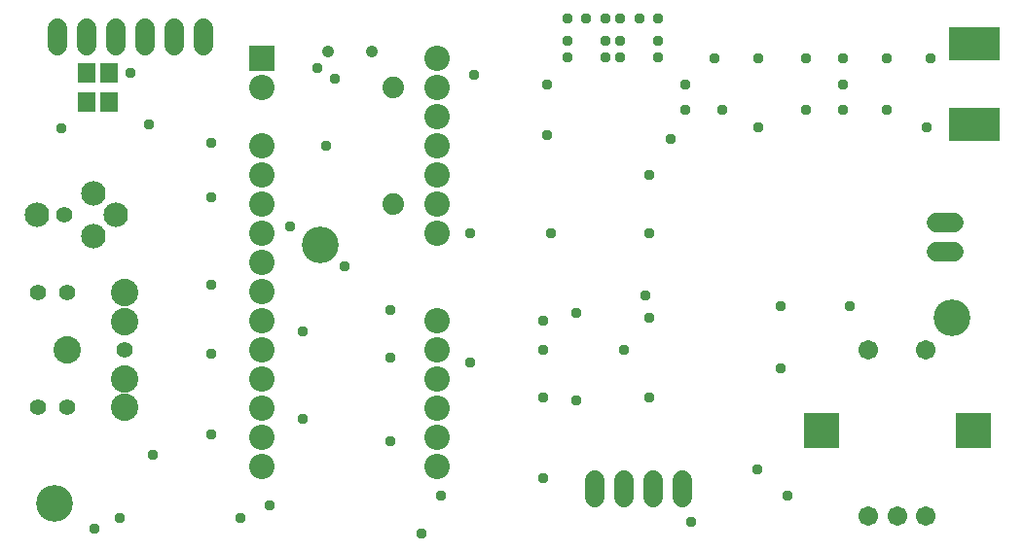
<source format=gbr>
G04 EAGLE Gerber RS-274X export*
G75*
%MOMM*%
%FSLAX34Y34*%
%LPD*%
%INSoldermask Bottom*%
%IPPOS*%
%AMOC8*
5,1,8,0,0,1.08239X$1,22.5*%
G01*
%ADD10C,3.203200*%
%ADD11C,1.879600*%
%ADD12R,1.503200X1.703200*%
%ADD13R,4.394200X2.870200*%
%ADD14C,1.727200*%
%ADD15C,1.711200*%
%ADD16R,3.053200X3.053200*%
%ADD17C,1.053200*%
%ADD18C,2.387600*%
%ADD19C,1.403200*%
%ADD20C,2.133600*%
%ADD21R,2.203200X2.203200*%
%ADD22C,2.203200*%
%ADD23C,0.959600*%


D10*
X28575Y50800D03*
X809625Y212725D03*
X260350Y276225D03*
D11*
X323850Y311150D03*
X323850Y412750D03*
D12*
X57175Y400050D03*
X76175Y400050D03*
X76175Y425450D03*
X57175Y425450D03*
D13*
X828846Y450871D03*
X828846Y380979D03*
D14*
X498475Y71120D02*
X498475Y55880D01*
X523875Y55880D02*
X523875Y71120D01*
X549275Y71120D02*
X549275Y55880D01*
X574675Y55880D02*
X574675Y71120D01*
X158750Y449580D02*
X158750Y464820D01*
X133350Y464820D02*
X133350Y449580D01*
X107950Y449580D02*
X107950Y464820D01*
X82550Y464820D02*
X82550Y449580D01*
X57150Y449580D02*
X57150Y464820D01*
X31750Y464820D02*
X31750Y449580D01*
D15*
X737000Y184300D03*
X787000Y184300D03*
X737000Y39300D03*
X762000Y39300D03*
X787000Y39300D03*
D16*
X696000Y114300D03*
X828000Y114300D03*
D14*
X810895Y295275D02*
X795655Y295275D01*
X795655Y269875D02*
X810895Y269875D01*
D17*
X304750Y444725D03*
X266750Y444725D03*
D18*
X39650Y184425D03*
X89650Y209425D03*
X89650Y234425D03*
X89650Y159425D03*
X89650Y134425D03*
D19*
X39650Y234425D03*
X14650Y234425D03*
X14650Y134425D03*
X39650Y134425D03*
X89650Y184425D03*
D20*
X62306Y283425D03*
X62306Y320425D03*
X13306Y301925D03*
X82306Y301925D03*
D19*
X37306Y301925D03*
D21*
X209550Y438150D03*
D22*
X209550Y412750D03*
X209550Y361950D03*
X209550Y336550D03*
X209550Y311150D03*
X209550Y285750D03*
X209550Y260350D03*
X209550Y234950D03*
X209550Y209550D03*
X209550Y184150D03*
X209550Y158750D03*
X209550Y133350D03*
X209550Y107950D03*
X209550Y82550D03*
X361950Y82550D03*
X361950Y107950D03*
X361950Y133350D03*
X361950Y158750D03*
X361950Y184150D03*
X361950Y209550D03*
X361950Y285750D03*
X361950Y311150D03*
X361950Y336550D03*
X361950Y361950D03*
X361950Y387350D03*
X361950Y412750D03*
X361950Y438150D03*
D23*
X390525Y173038D03*
X190500Y38100D03*
X95250Y425450D03*
X844550Y444500D03*
X828675Y444500D03*
X812800Y444500D03*
X812800Y387350D03*
X828675Y387350D03*
X844550Y387350D03*
X787400Y378619D03*
X641350Y378619D03*
X790575Y438150D03*
X752475Y438150D03*
X682625Y438150D03*
X714375Y415925D03*
X714375Y438150D03*
X641350Y438150D03*
X603250Y438150D03*
X577850Y415925D03*
X577850Y393700D03*
X609600Y393700D03*
X682625Y393700D03*
X714375Y393700D03*
X752475Y393700D03*
X393700Y423863D03*
X273050Y420688D03*
X257175Y430213D03*
X244475Y124619D03*
X582613Y34925D03*
X114300Y92869D03*
X474663Y454025D03*
X508000Y454025D03*
X520700Y454025D03*
X554038Y454025D03*
X520700Y438944D03*
X474663Y438944D03*
X537369Y473075D03*
X491331Y473075D03*
X474663Y473075D03*
X508000Y473075D03*
X508000Y438944D03*
X520700Y473075D03*
X554038Y473075D03*
X554038Y438944D03*
X34925Y377825D03*
X165100Y317500D03*
X165100Y241300D03*
X165100Y180975D03*
X165100Y111125D03*
X320675Y177800D03*
X320675Y104775D03*
X365125Y57150D03*
X660400Y222250D03*
X720725Y222250D03*
X666750Y57150D03*
X546100Y142875D03*
X546100Y212725D03*
X542925Y231775D03*
X546100Y285750D03*
X546100Y336550D03*
X565150Y368300D03*
X457200Y415925D03*
X457200Y371475D03*
X460375Y285750D03*
X454025Y142875D03*
X454025Y73025D03*
X660400Y168275D03*
X85725Y38100D03*
X215900Y49213D03*
X347663Y24606D03*
X454025Y209550D03*
X244475Y200819D03*
X165100Y365125D03*
X390525Y285750D03*
X320675Y219075D03*
X265113Y361950D03*
X482600Y216694D03*
X482600Y140494D03*
X233363Y292100D03*
X280988Y257175D03*
X639763Y80169D03*
X63500Y28575D03*
X111125Y381000D03*
X454025Y184150D03*
X523875Y184150D03*
M02*

</source>
